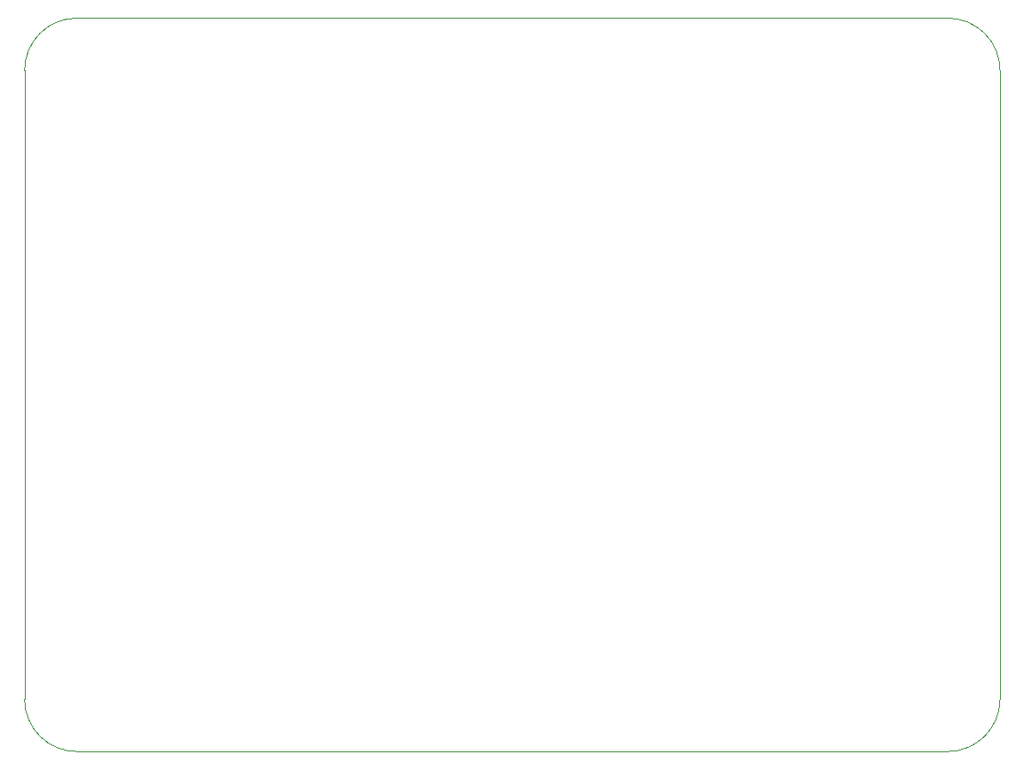
<source format=gbr>
G04 Layer_Color=0*
%FSLAX45Y45*%
%MOMM*%
%TF.FileFunction,Profile,NP*%
%TF.Part,Single*%
G01*
G75*
%TA.AperFunction,Profile*%
%ADD119C,0.02540*%
D119*
X1Y500002D02*
Y6500001D01*
D02*
G02*
X500001Y7000001I500000J-0D01*
G01*
X8800001D01*
X8800001Y7000001D01*
D02*
G02*
X9300001Y6500001I-0J-500000D01*
G01*
Y500001D01*
D02*
G02*
X8800001Y1I-500000J0D01*
G01*
X500001D01*
D02*
G02*
X2Y500001I0J500000D01*
G01*
%TF.MD5,98d61a5065fcda863990b7146fb55251*%
M02*

</source>
